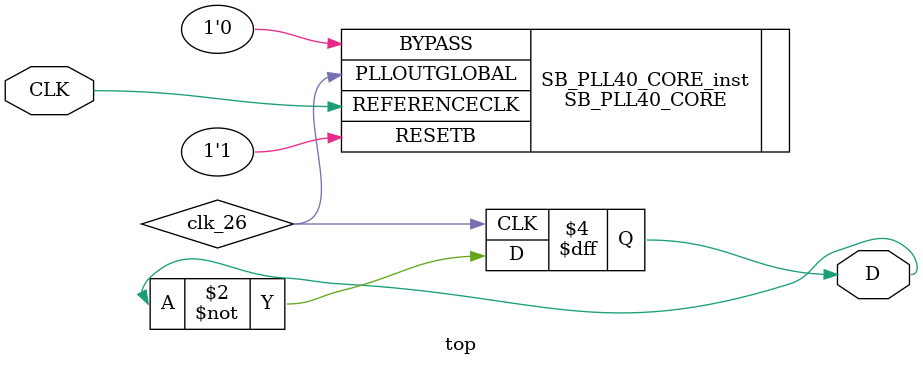
<source format=v>
module top(
	input wire CLK,
	output reg [0:0] D
	);

	wire clk_26;
/* verilator lint_off PINMISSING */
	SB_PLL40_CORE #(
`include "pll.v"
	)  SB_PLL40_CORE_inst (
		.RESETB(1'b1),
		.BYPASS(1'b0),
		.PLLOUTGLOBAL(clk_26),
		.REFERENCECLK(CLK)
	);
/* verilator lint_on PINMISSING */

	initial begin
		D[0] = 0;
	end

	always @(posedge clk_26)
	begin
		D[0] <= ~D[0];
	end

endmodule

</source>
